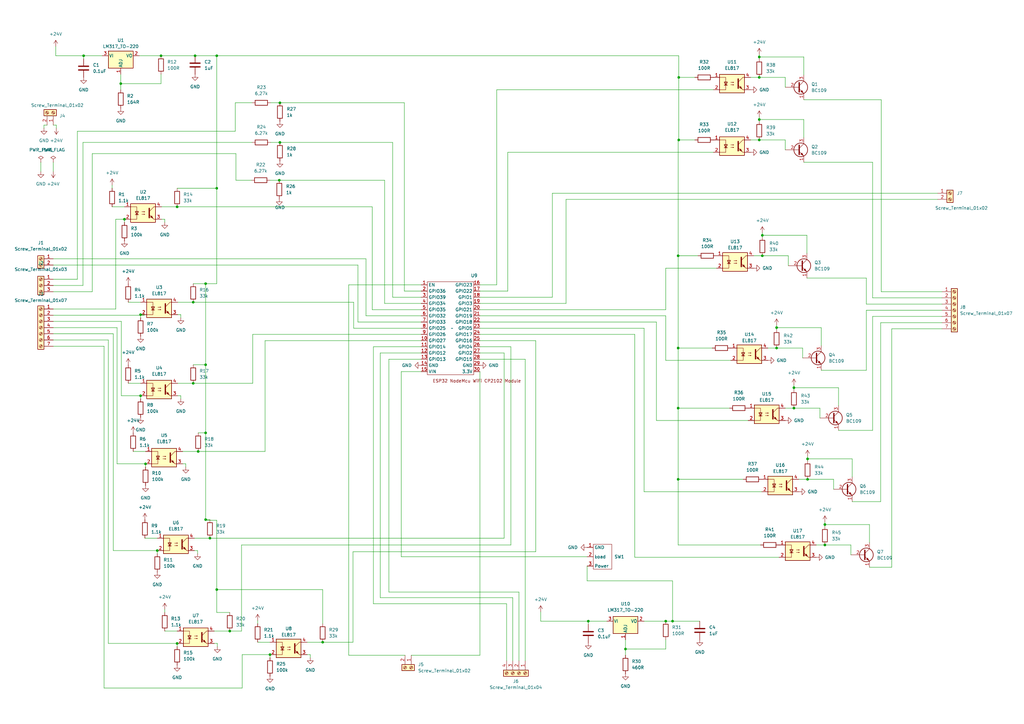
<source format=kicad_sch>
(kicad_sch (version 20230121) (generator eeschema)
  (paper "A3")
  (title_block (title "MODULAR OPEN HARDWARE EDUCATIONAL CONTROLLER") (date "2023-06-28") (rev "V01") (company "Nova School Of Science and Technology") (comment 4 "Author: João Potier"))
  (junction (at 338.328 223.52))
  (junction (at 256.54 266.192))
  (junction (at 57.658 129.032))
  (junction (at 84.328 213.106))
  (junction (at 110.744 268.478))
  (junction (at 278.13 104.902))
  (junction (at 79.248 157.226))
  (junction (at 59.69 190.246))
  (junction (at 49.53 34.29))
  (junction (at 312.674 96.52))
  (junction (at 94.234 258.826))
  (junction (at 51.054 89.916))
  (junction (at 338.328 215.138))
  (junction (at 80.01 22.86))
  (junction (at 84.328 116.332))
  (junction (at 88.9 22.86))
  (junction (at 311.404 49.022))
  (junction (at 114.808 58.42))
  (junction (at 132.334 263.398))
  (junction (at 273.05 254.762))
  (junction (at 278.13 167.386))
  (junction (at 79.248 123.952))
  (junction (at 241.3 254.762))
  (junction (at 84.328 149.606))
  (junction (at 114.808 42.164))
  (junction (at 311.404 23.368))
  (junction (at 331.216 188.214))
  (junction (at 72.644 263.906))
  (junction (at 325.628 167.386))
  (junction (at 84.328 177.546))
  (junction (at 275.844 254.762))
  (junction (at 72.644 84.836))
  (junction (at 57.658 162.306))
  (junction (at 86.106 220.726))
  (junction (at 114.554 73.914))
  (junction (at 88.9 241.808))
  (junction (at 318.516 134.366))
  (junction (at 331.216 196.596))
  (junction (at 278.13 142.748))
  (junction (at 88.9 77.216))
  (junction (at 64.516 225.806))
  (junction (at 66.04 22.86))
  (junction (at 34.29 22.86))
  (junction (at 278.13 196.596))
  (junction (at 311.404 31.75))
  (junction (at 278.384 31.75))
  (junction (at 311.404 57.404))
  (junction (at 81.28 185.166))
  (junction (at 312.674 104.902))
  (junction (at 318.516 142.748))
  (junction (at 278.384 57.404))
  (junction (at 325.628 159.004))
  (wire (pts (xy 196.85 147.32) (xy 215.392 147.32)))
  (wire (pts (xy 143.002 116.84) (xy 172.72 116.84)))
  (wire (pts (xy 196.85 119.38) (xy 208.28 119.38)))
  (wire (pts (xy 72.898 129.032) (xy 74.168 129.032)))
  (wire (pts (xy 273.05 109.982) (xy 293.878 109.982)))
  (wire (pts (xy 153.162 142.24) (xy 153.162 247.65)))
  (wire (pts (xy 81.28 177.546) (xy 84.328 177.546)))
  (wire (pts (xy 361.442 119.634) (xy 386.334 119.634)))
  (wire (pts (xy 84.328 213.36) (xy 88.9 213.36)))
  (wire (pts (xy 264.16 134.62) (xy 196.85 134.62)))
  (wire (pts (xy 152.654 127) (xy 172.72 127)))
  (wire (pts (xy 108.712 139.7) (xy 108.712 185.166)))
  (wire (pts (xy 278.13 167.386) (xy 299.212 167.386)))
  (wire (pts (xy 72.644 265.176) (xy 72.644 263.906)))
  (wire (pts (xy 275.844 238.252) (xy 275.844 254.762)))
  (wire (pts (xy 203.708 36.83) (xy 292.608 36.83)))
  (wire (pts (xy 161.036 121.92) (xy 172.72 121.92)))
  (wire (pts (xy 348.996 223.52) (xy 348.996 227.584)))
  (wire (pts (xy 51.054 91.186) (xy 51.054 89.916)))
  (wire (pts (xy 21.844 51.308) (xy 23.114 51.308)))
  (wire (pts (xy 99.314 268.478) (xy 110.744 268.478)))
  (wire (pts (xy 21.844 126.746) (xy 47.498 126.746)))
  (wire (pts (xy 21.844 119.634) (xy 37.846 119.634)))
  (wire (pts (xy 67.564 89.916) (xy 67.564 91.186)))
  (wire (pts (xy 329.692 23.368) (xy 329.692 30.734)))
  (wire (pts (xy 307.848 31.75) (xy 311.404 31.75)))
  (wire (pts (xy 336.804 134.366) (xy 336.804 141.732)))
  (wire (pts (xy 338.328 215.138) (xy 338.328 215.9)))
  (wire (pts (xy 21.844 134.366) (xy 48.006 134.366)))
  (wire (pts (xy 325.628 159.004) (xy 343.916 159.004)))
  (wire (pts (xy 215.392 147.32) (xy 215.392 271.018)))
  (wire (pts (xy 145.034 123.952) (xy 145.034 134.62)))
  (wire (pts (xy 278.13 142.748) (xy 292.1 142.748)))
  (wire (pts (xy 52.578 157.226) (xy 57.658 157.226)))
  (wire (pts (xy 99.06 223.52) (xy 209.55 223.52)))
  (wire (pts (xy 86.106 220.726) (xy 206.756 220.726)))
  (wire (pts (xy 334.772 223.52) (xy 338.328 223.52)))
  (wire (pts (xy 311.404 49.022) (xy 329.692 49.022)))
  (wire (pts (xy 110.744 73.914) (xy 114.554 73.914)))
  (wire (pts (xy 307.848 57.404) (xy 311.404 57.404)))
  (wire (pts (xy 341.884 196.596) (xy 341.884 200.66)))
  (wire (pts (xy 21.844 131.826) (xy 49.784 131.826)))
  (wire (pts (xy 87.884 263.906) (xy 89.154 263.906)))
  (wire (pts (xy 278.13 223.52) (xy 278.13 196.596)))
  (wire (pts (xy 18.034 51.308) (xy 19.304 51.308)))
  (wire (pts (xy 312.674 104.902) (xy 323.342 104.902)))
  (wire (pts (xy 318.516 134.366) (xy 336.804 134.366)))
  (wire (pts (xy 155.956 245.11) (xy 210.312 245.11)))
  (wire (pts (xy 110.744 269.748) (xy 110.744 268.478)))
  (wire (pts (xy 72.898 157.226) (xy 79.248 157.226)))
  (wire (pts (xy 21.844 106.172) (xy 150.114 106.172)))
  (wire (pts (xy 240.792 228.346) (xy 164.592 228.346)))
  (wire (pts (xy 343.916 159.004) (xy 343.916 166.37)))
  (wire (pts (xy 23.114 51.308) (xy 23.114 52.578)))
  (wire (pts (xy 322.072 57.404) (xy 322.072 61.468)))
  (wire (pts (xy 88.9 241.808) (xy 132.334 241.808)))
  (wire (pts (xy 99.06 258.826) (xy 99.06 223.52)))
  (wire (pts (xy 18.034 52.578) (xy 18.034 51.308)))
  (wire (pts (xy 105.664 263.398) (xy 110.744 263.398)))
  (wire (pts (xy 31.75 53.848) (xy 96.52 53.848)))
  (wire (pts (xy 84.328 116.332) (xy 84.328 149.606)))
  (wire (pts (xy 88.9 22.86) (xy 88.9 77.216)))
  (wire (pts (xy 219.71 139.7) (xy 196.85 139.7)))
  (wire (pts (xy 125.984 268.478) (xy 127.254 268.478)))
  (wire (pts (xy 96.52 42.164) (xy 103.378 42.164)))
  (wire (pts (xy 88.9 213.36) (xy 88.9 241.808)))
  (wire (pts (xy 165.862 42.164) (xy 165.862 119.38)))
  (wire (pts (xy 196.85 132.08) (xy 269.24 132.08)))
  (wire (pts (xy 67.564 258.826) (xy 72.644 258.826)))
  (wire (pts (xy 278.13 57.404) (xy 278.13 104.902)))
  (wire (pts (xy 59.69 190.246) (xy 59.69 191.516)))
  (wire (pts (xy 54.61 185.166) (xy 59.69 185.166)))
  (wire (pts (xy 349.504 188.214) (xy 349.504 195.58)))
  (wire (pts (xy 206.756 220.726) (xy 206.756 144.78)))
  (wire (pts (xy 273.05 262.382) (xy 273.05 266.192)))
  (wire (pts (xy 84.328 177.546) (xy 84.328 213.106)))
  (wire (pts (xy 114.554 73.914) (xy 157.734 73.914)))
  (wire (pts (xy 143.002 268.732) (xy 166.116 268.732)))
  (wire (pts (xy 59.182 129.032) (xy 59.182 129.286)))
  (wire (pts (xy 240.792 238.252) (xy 240.792 232.156)))
  (wire (pts (xy 153.162 247.65) (xy 207.772 247.65)))
  (wire (pts (xy 264.16 254.762) (xy 273.05 254.762)))
  (wire (pts (xy 275.844 238.252) (xy 240.792 238.252)))
  (wire (pts (xy 48.006 190.246) (xy 59.69 190.246)))
  (wire (pts (xy 49.53 34.29) (xy 49.53 30.48)))
  (wire (pts (xy 145.034 134.62) (xy 172.72 134.62)))
  (wire (pts (xy 114.808 42.164) (xy 165.862 42.164)))
  (wire (pts (xy 74.168 162.306) (xy 74.168 163.576)))
  (wire (pts (xy 336.804 151.892) (xy 355.346 151.892)))
  (wire (pts (xy 330.962 114.046) (xy 355.346 114.046)))
  (wire (pts (xy 21.844 139.446) (xy 44.45 139.446)))
  (wire (pts (xy 269.24 132.08) (xy 269.24 172.466)))
  (wire (pts (xy 384.556 81.788) (xy 232.156 81.788)))
  (wire (pts (xy 311.404 48.006) (xy 311.404 49.022)))
  (wire (pts (xy 37.846 119.634) (xy 37.846 62.992)))
  (wire (pts (xy 76.2 190.246) (xy 76.2 191.516)))
  (wire (pts (xy 103.632 137.16) (xy 103.632 157.226)))
  (wire (pts (xy 143.002 268.732) (xy 143.002 116.84)))
  (wire (pts (xy 278.13 104.902) (xy 286.258 104.902)))
  (wire (pts (xy 260.35 137.16) (xy 260.35 228.6)))
  (wire (pts (xy 210.312 245.11) (xy 210.312 271.018)))
  (wire (pts (xy 338.328 214.122) (xy 338.328 215.138)))
  (wire (pts (xy 273.05 147.828) (xy 273.05 129.54)))
  (wire (pts (xy 42.672 282.194) (xy 99.314 282.194)))
  (wire (pts (xy 196.85 127) (xy 273.05 127)))
  (wire (pts (xy 172.72 144.78) (xy 155.956 144.78)))
  (wire (pts (xy 81.026 225.806) (xy 81.026 227.076)))
  (wire (pts (xy 34.036 117.094) (xy 21.844 117.094)))
  (wire (pts (xy 79.756 225.806) (xy 81.026 225.806)))
  (wire (pts (xy 212.852 242.824) (xy 159.512 242.824)))
  (wire (pts (xy 248.92 254.762) (xy 241.3 254.762)))
  (wire (pts (xy 365.76 232.664) (xy 365.76 134.874)))
  (wire (pts (xy 150.114 129.54) (xy 150.114 106.172)))
  (wire (pts (xy 256.54 266.192) (xy 256.54 262.382)))
  (wire (pts (xy 88.9 77.216) (xy 88.9 116.332)))
  (wire (pts (xy 196.85 137.16) (xy 260.35 137.16)))
  (wire (pts (xy 325.628 157.988) (xy 325.628 159.004)))
  (wire (pts (xy 318.516 134.366) (xy 318.516 135.128)))
  (wire (pts (xy 273.05 147.828) (xy 299.72 147.828)))
  (wire (pts (xy 84.328 213.106) (xy 84.328 213.36)))
  (wire (pts (xy 264.16 201.676) (xy 312.42 201.676)))
  (wire (pts (xy 57.15 22.86) (xy 66.04 22.86)))
  (wire (pts (xy 278.13 167.386) (xy 278.13 196.596)))
  (wire (pts (xy 94.234 258.826) (xy 99.06 258.826)))
  (wire (pts (xy 155.956 144.78) (xy 155.956 245.11)))
  (wire (pts (xy 46.482 225.806) (xy 64.516 225.806)))
  (wire (pts (xy 81.28 185.166) (xy 108.712 185.166)))
  (wire (pts (xy 325.628 167.386) (xy 336.296 167.386)))
  (wire (pts (xy 207.772 247.65) (xy 207.772 271.018)))
  (wire (pts (xy 74.93 190.246) (xy 76.2 190.246)))
  (wire (pts (xy 331.216 188.214) (xy 349.504 188.214)))
  (wire (pts (xy 208.28 62.484) (xy 292.608 62.484)))
  (wire (pts (xy 42.672 141.986) (xy 42.672 282.194)))
  (wire (pts (xy 72.644 84.836) (xy 152.654 84.836)))
  (wire (pts (xy 212.852 271.018) (xy 212.852 242.824)))
  (wire (pts (xy 44.45 263.906) (xy 72.644 263.906)))
  (wire (pts (xy 196.85 121.92) (xy 226.568 121.92)))
  (wire (pts (xy 49.784 131.826) (xy 49.784 162.306)))
  (wire (pts (xy 110.998 42.164) (xy 114.808 42.164)))
  (wire (pts (xy 16.764 66.548) (xy 16.764 70.358)))
  (wire (pts (xy 59.436 220.726) (xy 64.516 220.726)))
  (wire (pts (xy 278.13 142.748) (xy 278.13 167.386)))
  (wire (pts (xy 312.674 96.52) (xy 330.962 96.52)))
  (wire (pts (xy 31.75 114.554) (xy 31.75 53.848)))
  (wire (pts (xy 206.756 144.78) (xy 196.85 144.78)))
  (wire (pts (xy 64.516 227.076) (xy 64.516 225.806)))
  (wire (pts (xy 57.658 129.032) (xy 59.182 129.032)))
  (wire (pts (xy 331.216 187.198) (xy 331.216 188.214)))
  (wire (pts (xy 278.13 196.596) (xy 304.8 196.596)))
  (wire (pts (xy 311.404 49.022) (xy 311.404 49.784)))
  (wire (pts (xy 256.54 266.192) (xy 256.54 268.732)))
  (wire (pts (xy 331.216 196.596) (xy 341.884 196.596)))
  (wire (pts (xy 356.616 215.138) (xy 356.616 222.504)))
  (wire (pts (xy 114.808 58.42) (xy 161.036 58.42)))
  (wire (pts (xy 232.156 124.46) (xy 196.85 124.46)))
  (wire (pts (xy 323.342 104.902) (xy 323.342 108.966)))
  (wire (pts (xy 96.52 53.848) (xy 96.52 42.164)))
  (wire (pts (xy 146.812 108.712) (xy 146.812 132.08)))
  (wire (pts (xy 357.886 122.174) (xy 386.334 122.174)))
  (wire (pts (xy 226.568 79.248) (xy 384.556 79.248)))
  (wire (pts (xy 159.512 242.824) (xy 159.512 147.32)))
  (wire (pts (xy 74.93 185.166) (xy 81.28 185.166)))
  (wire (pts (xy 88.9 22.86) (xy 278.384 22.86)))
  (wire (pts (xy 355.346 151.892) (xy 355.346 127.254)))
  (wire (pts (xy 157.734 73.914) (xy 157.734 124.46)))
  (wire (pts (xy 88.9 241.808) (xy 88.9 251.206)))
  (wire (pts (xy 57.658 130.302) (xy 57.658 129.032)))
  (wire (pts (xy 67.564 249.936) (xy 67.564 251.206)))
  (wire (pts (xy 110.998 58.42) (xy 114.808 58.42)))
  (wire (pts (xy 311.912 223.52) (xy 278.13 223.52)))
  (wire (pts (xy 125.984 263.398) (xy 132.334 263.398)))
  (wire (pts (xy 203.708 36.83) (xy 203.708 116.84)))
  (wire (pts (xy 278.384 57.404) (xy 284.988 57.404)))
  (wire (pts (xy 45.974 84.836) (xy 51.054 84.836)))
  (wire (pts (xy 196.85 152.4) (xy 196.85 268.732)))
  (wire (pts (xy 318.516 133.35) (xy 318.516 134.366)))
  (wire (pts (xy 221.742 250.952) (xy 221.742 254.762)))
  (wire (pts (xy 46.482 136.906) (xy 46.482 225.806)))
  (wire (pts (xy 311.404 23.368) (xy 311.404 24.13)))
  (wire (pts (xy 311.404 57.404) (xy 322.072 57.404)))
  (wire (pts (xy 203.708 116.84) (xy 196.85 116.84)))
  (wire (pts (xy 127.254 268.478) (xy 127.254 269.748)))
  (wire (pts (xy 88.9 251.206) (xy 94.234 251.206)))
  (wire (pts (xy 356.616 232.664) (xy 365.76 232.664)))
  (wire (pts (xy 164.592 228.346) (xy 164.592 152.4)))
  (wire (pts (xy 79.756 220.726) (xy 86.106 220.726)))
  (wire (pts (xy 330.962 96.52) (xy 330.962 103.886)))
  (wire (pts (xy 355.346 124.714) (xy 386.334 124.714)))
  (wire (pts (xy 322.072 31.75) (xy 322.072 35.814)))
  (wire (pts (xy 164.592 152.4) (xy 172.72 152.4)))
  (wire (pts (xy 278.13 104.902) (xy 278.13 142.748)))
  (wire (pts (xy 37.846 62.992) (xy 96.774 62.992)))
  (wire (pts (xy 264.16 134.62) (xy 264.16 201.676)))
  (wire (pts (xy 336.296 167.386) (xy 336.296 171.45)))
  (wire (pts (xy 196.85 268.732) (xy 168.656 268.732)))
  (wire (pts (xy 49.784 162.306) (xy 57.658 162.306)))
  (wire (pts (xy 21.844 108.712) (xy 146.812 108.712)))
  (wire (pts (xy 226.568 121.92) (xy 226.568 79.248)))
  (wire (pts (xy 172.72 142.24) (xy 153.162 142.24)))
  (wire (pts (xy 314.96 142.748) (xy 318.516 142.748)))
  (wire (pts (xy 96.774 73.914) (xy 103.124 73.914)))
  (wire (pts (xy 57.658 163.576) (xy 57.658 162.306)))
  (wire (pts (xy 322.072 167.386) (xy 325.628 167.386)))
  (wire (pts (xy 159.512 147.32) (xy 172.72 147.32)))
  (wire (pts (xy 273.05 254.762) (xy 275.844 254.762)))
  (wire (pts (xy 278.384 22.86) (xy 278.384 31.75)))
  (wire (pts (xy 21.844 141.986) (xy 42.672 141.986)))
  (wire (pts (xy 144.78 226.314) (xy 219.71 226.314)))
  (wire (pts (xy 269.24 172.466) (xy 306.832 172.466)))
  (wire (pts (xy 312.674 96.52) (xy 312.674 97.282)))
  (wire (pts (xy 45.974 75.946) (xy 45.974 77.216)))
  (wire (pts (xy 52.578 123.952) (xy 57.658 123.952)))
  (wire (pts (xy 273.05 129.54) (xy 196.85 129.54)))
  (wire (pts (xy 74.168 129.032) (xy 74.168 130.302)))
  (wire (pts (xy 99.314 282.194) (xy 99.314 268.478)))
  (wire (pts (xy 21.844 136.906) (xy 46.482 136.906)))
  (wire (pts (xy 273.05 266.192) (xy 256.54 266.192)))
  (wire (pts (xy 361.188 132.334) (xy 386.334 132.334)))
  (wire (pts (xy 196.85 142.24) (xy 209.55 142.24)))
  (wire (pts (xy 41.91 22.86) (xy 34.29 22.86)))
  (wire (pts (xy 309.118 104.902) (xy 312.674 104.902)))
  (wire (pts (xy 357.886 176.53) (xy 343.916 176.53)))
  (wire (pts (xy 66.294 84.836) (xy 72.644 84.836)))
  (wire (pts (xy 103.632 137.16) (xy 172.72 137.16)))
  (wire (pts (xy 48.006 134.366) (xy 48.006 190.246)))
  (wire (pts (xy 34.29 22.86) (xy 34.29 24.13)))
  (wire (pts (xy 349.504 205.74) (xy 361.188 205.74)))
  (wire (pts (xy 327.66 196.596) (xy 331.216 196.596)))
  (wire (pts (xy 66.04 34.29) (xy 49.53 34.29)))
  (wire (pts (xy 161.036 58.42) (xy 161.036 121.92)))
  (wire (pts (xy 79.248 157.226) (xy 103.632 157.226)))
  (wire (pts (xy 357.886 66.548) (xy 357.886 122.174)))
  (wire (pts (xy 152.654 84.836) (xy 152.654 127)))
  (wire (pts (xy 22.86 19.05) (xy 22.86 22.86)))
  (wire (pts (xy 338.328 223.52) (xy 348.996 223.52)))
  (wire (pts (xy 157.734 124.46) (xy 172.72 124.46)))
  (wire (pts (xy 132.334 241.808) (xy 132.334 255.778)))
  (wire (pts (xy 260.35 228.6) (xy 319.532 228.6)))
  (wire (pts (xy 59.182 129.286) (xy 21.844 129.286)))
  (wire (pts (xy 365.76 134.874) (xy 386.334 134.874)))
  (wire (pts (xy 105.664 254.508) (xy 105.664 255.778)))
  (wire (pts (xy 278.384 31.75) (xy 284.988 31.75)))
  (wire (pts (xy 132.334 263.398) (xy 144.78 263.398)))
  (wire (pts (xy 79.248 123.952) (xy 145.034 123.952)))
  (wire (pts (xy 44.45 263.906) (xy 44.45 139.446)))
  (wire (pts (xy 96.774 62.992) (xy 96.774 73.914)))
  (wire (pts (xy 273.05 127) (xy 273.05 109.982)))
  (wire (pts (xy 241.3 254.762) (xy 241.3 256.032)))
  (wire (pts (xy 84.328 149.606) (xy 84.328 177.546)))
  (wire (pts (xy 21.844 66.548) (xy 21.844 70.358)))
  (wire (pts (xy 318.516 142.748) (xy 329.184 142.748)))
  (wire (pts (xy 355.346 114.046) (xy 355.346 124.714)))
  (wire (pts (xy 89.154 263.906) (xy 89.154 265.176)))
  (wire (pts (xy 208.28 119.38) (xy 208.28 62.484)))
  (wire (pts (xy 66.04 30.48) (xy 66.04 34.29)))
  (wire (pts (xy 79.248 116.332) (xy 84.328 116.332)))
  (wire (pts (xy 86.106 213.106) (xy 84.328 213.106)))
  (wire (pts (xy 22.86 22.86) (xy 34.29 22.86)))
  (wire (pts (xy 144.78 263.398) (xy 144.78 226.314)))
  (wire (pts (xy 338.328 215.138) (xy 356.616 215.138)))
  (wire (pts (xy 219.71 226.314) (xy 219.71 139.7)))
  (wire (pts (xy 165.862 119.38) (xy 172.72 119.38)))
  (wire (pts (xy 311.404 31.75) (xy 322.072 31.75)))
  (wire (pts (xy 361.442 40.894) (xy 361.442 119.634)))
  (wire (pts (xy 221.742 254.762) (xy 241.3 254.762)))
  (wire (pts (xy 66.294 89.916) (xy 67.564 89.916)))
  (wire (pts (xy 47.498 89.916) (xy 47.498 126.746)))
  (wire (pts (xy 357.886 129.794) (xy 357.886 176.53)))
  (wire (pts (xy 355.346 127.254) (xy 386.334 127.254)))
  (wire (pts (xy 72.898 123.952) (xy 79.248 123.952)))
  (wire (pts (xy 329.692 49.022) (xy 329.692 56.388)))
  (wire (pts (xy 331.216 188.214) (xy 331.216 188.976)))
  (wire (pts (xy 325.628 159.004) (xy 325.628 159.766)))
  (wire (pts (xy 34.036 58.42) (xy 34.036 117.094)))
  (wire (pts (xy 49.53 34.29) (xy 49.53 36.83)))
  (wire (pts (xy 357.886 129.794) (xy 386.334 129.794)))
  (wire (pts (xy 108.712 139.7) (xy 172.72 139.7)))
  (wire (pts (xy 72.898 162.306) (xy 74.168 162.306)))
  (wire (pts (xy 146.812 132.08) (xy 172.72 132.08)))
  (wire (pts (xy 311.404 23.368) (xy 329.692 23.368)))
  (wire (pts (xy 278.13 57.404) (xy 278.384 57.404)))
  (wire (pts (xy 103.378 58.42) (xy 34.036 58.42)))
  (wire (pts (xy 278.384 31.75) (xy 278.384 57.404)))
  (wire (pts (xy 150.114 129.54) (xy 172.72 129.54)))
  (wire (pts (xy 47.498 89.916) (xy 51.054 89.916)))
  (wire (pts (xy 329.692 40.894) (xy 361.442 40.894)))
  (wire (pts (xy 311.404 22.352) (xy 311.404 23.368)))
  (wire (pts (xy 312.674 95.504) (xy 312.674 96.52)))
  (wire (pts (xy 329.692 66.548) (xy 357.886 66.548)))
  (wire (pts (xy 66.04 22.86) (xy 80.01 22.86)))
  (wire (pts (xy 87.884 258.826) (xy 94.234 258.826)))
  (wire (pts (xy 275.844 254.762) (xy 287.02 254.762)))
  (wire (pts (xy 88.9 22.86) (xy 80.01 22.86)))
  (wire (pts (xy 72.644 77.216) (xy 88.9 77.216)))
  (wire (pts (xy 21.844 114.554) (xy 31.75 114.554)))
  (wire (pts (xy 329.184 142.748) (xy 329.184 146.812)))
  (wire (pts (xy 232.156 81.788) (xy 232.156 124.46)))
  (wire (pts (xy 79.248 149.606) (xy 84.328 149.606)))
  (wire (pts (xy 84.328 116.332) (xy 88.9 116.332)))
  (wire (pts (xy 361.188 205.74) (xy 361.188 132.334)))
  (wire (pts (xy 209.55 142.24) (xy 209.55 223.52)))
  (symbol (lib_id "power:GND") (at 256.54 276.352 0) (unit 1)
    (property "Reference" "#PWR037" (effects hide))
    (property "Value" "GND" (at 256.54 281.432 0))
  )
  (symbol (lib_id "Device:R") (at 114.808 45.974 180) (unit 1)
    (property "Reference" "R27" (at 117.5521 44.704 0) (effects (justify right)))
    (property "Value" "1k" (at 117.5521 47.244 0) (effects (justify right)))
    (property "Footprint" "Resistor_THT:R_Axial_DIN0207_L6.3mm_D2.5mm_P10.16mm_Horizontal" (effects hide))
  )
  (symbol (lib_id "Device:R") (at 315.722 223.52 90) (unit 1)
    (property "Reference" "R41" (at 315.722 217.17 90))
    (property "Value" "100R" (at 315.722 219.71 90))
    (property "Footprint" "Resistor_THT:R_Axial_DIN0207_L6.3mm_D2.5mm_P10.16mm_Horizontal" (effects hide))
  )
  (symbol (lib_id "power:GND") (at 322.072 172.466 90) (unit 1)
    (property "Reference" "#PWR047" (effects hide))
    (property "Value" "GND" (at 325.628 172.466 90) (effects (justify right)))
  )
  (symbol (lib_id "Device:R") (at 132.334 259.588 0) (unit 1)
    (property "Reference" "R29" (at 134.874 258.318 0) (effects (justify left)))
    (property "Value" "33k" (at 134.874 260.858 0) (effects (justify left)))
    (property "Footprint" "Resistor_THT:R_Axial_DIN0207_L6.3mm_D2.5mm_P10.16mm_Horizontal" (effects hide))
  )
  (symbol (lib_id "Device:R") (at 57.658 167.386 0) (unit 1)
    (property "Reference" "R8" (at 60.198 166.116 0) (effects (justify left)))
    (property "Value" "100k" (at 60.198 168.656 0) (effects (justify left)))
    (property "Footprint" "Resistor_THT:R_Axial_DIN0207_L6.3mm_D2.5mm_P10.16mm_Horizontal" (effects hide))
  )
  (symbol (lib_id "Device:R") (at 295.91 142.748 90) (unit 1)
    (property "Reference" "R35" (at 295.91 136.398 90))
    (property "Value" "100R" (at 295.91 138.938 90))
    (property "Footprint" "Resistor_THT:R_Axial_DIN0207_L6.3mm_D2.5mm_P10.16mm_Horizontal" (effects hide))
  )
  (symbol (lib_id "Device:R") (at 67.564 255.016 0) (unit 1)
    (property "Reference" "R13" (at 70.104 253.746 0) (effects (justify left)))
    (property "Value" "1.1k" (at 70.104 256.286 0) (effects (justify left)))
    (property "Footprint" "Resistor_THT:R_Axial_DIN0207_L6.3mm_D2.5mm_P10.16mm_Horizontal" (effects hide))
  )
  (symbol (lib_id "Device:R") (at 49.53 40.64 0) (unit 1)
    (property "Reference" "R2" (at 52.07 39.37 0) (effects (justify left)))
    (property "Value" "164R" (at 52.07 41.91 0) (effects (justify left)))
    (property "Footprint" "Resistor_THT:R_Axial_DIN0207_L6.3mm_D2.5mm_P10.16mm_Horizontal" (effects hide))
  )
  (symbol (lib_id "power:GND") (at 59.69 199.136 0) (unit 1)
    (property "Reference" "#PWR016" (effects hide))
    (property "Value" "GND" (at 59.69 204.216 0))
  )
  (symbol (lib_id "power:+24V") (at 23.114 52.578 180) (unit 1)
    (property "Reference" "#PWR05" (effects hide))
    (property "Value" "+24V" (at 23.114 57.658 0))
  )
  (symbol (lib_id "power:GND") (at 241.3 263.652 0) (unit 1)
    (property "Reference" "#PWR036" (effects hide))
    (property "Value" "GND" (at 241.3 268.732 0))
  )
  (symbol (lib_id "Device:R") (at 72.644 81.026 0) (unit 1)
    (property "Reference" "R14" (at 75.184 79.756 0) (effects (justify left)))
    (property "Value" "33k" (at 75.184 82.296 0) (effects (justify left)))
    (property "Footprint" "Resistor_THT:R_Axial_DIN0207_L6.3mm_D2.5mm_P10.16mm_Horizontal" (effects hide))
  )
  (symbol (lib_id "Isolator:EL817") (at 300.228 34.29 0) (unit 1)
    (property "Reference" "U11" (at 300.228 25.4 0))
    (property "Value" "EL817" (at 300.228 27.94 0))
    (property "Footprint" "Package_DIP:DIP-4_W7.62mm" (effects hide))
    (property "Datasheet" "http://www.everlight.com/file/ProductFile/EL817.pdf" (effects hide))
  )
  (symbol (lib_id "power:GND") (at 81.026 227.076 0) (unit 1)
    (property "Reference" "#PWR025" (effects hide))
    (property "Value" "GND" (at 81.026 232.156 0))
  )
  (symbol (lib_id "power:GND") (at 127.254 269.748 0) (unit 1)
    (property "Reference" "#PWR032" (effects hide))
    (property "Value" "GND" (at 127.254 274.828 0))
  )
  (symbol (lib_id "Device:R") (at 51.054 94.996 0) (unit 1)
    (property "Reference" "R3" (at 53.594 93.726 0) (effects (justify left)))
    (property "Value" "100k" (at 53.594 96.266 0) (effects (justify left)))
    (property "Footprint" "Resistor_THT:R_Axial_DIN0207_L6.3mm_D2.5mm_P10.16mm_Horizontal" (effects hide))
  )
  (symbol (lib_id "power:GND") (at 309.118 109.982 90) (unit 1)
    (property "Reference" "#PWR041" (effects hide))
    (property "Value" "GND" (at 312.674 109.982 90) (effects (justify right)))
  )
  (symbol (lib_id "Device:R") (at 79.248 153.416 0) (unit 1)
    (property "Reference" "R17" (at 81.788 152.146 0) (effects (justify left)))
    (property "Value" "33k" (at 81.788 154.686 0) (effects (justify left)))
    (property "Footprint" "Resistor_THT:R_Axial_DIN0207_L6.3mm_D2.5mm_P10.16mm_Horizontal" (effects hide))
  )
  (symbol (lib_id "power:PWR_FLAG") (at 21.844 66.548 0) (unit 1)
    (property "Reference" "#FLG02" (effects hide))
    (property "Value" "PWR_FLAG" (at 21.844 61.468 0))
  )
  (symbol (lib_id "Device:R") (at 45.974 81.026 0) (unit 1)
    (property "Reference" "R1" (at 48.514 79.756 0) (effects (justify left)))
    (property "Value" "1.1k" (at 48.514 82.296 0) (effects (justify left)))
    (property "Footprint" "Resistor_THT:R_Axial_DIN0207_L6.3mm_D2.5mm_P10.16mm_Horizontal" (effects hide))
  )
  (symbol (lib_id "Isolator:EL817") (at 65.278 159.766 0) (unit 1)
    (property "Reference" "U4" (at 65.278 150.876 0))
    (property "Value" "EL817" (at 65.278 153.416 0))
    (property "Footprint" "Package_DIP:DIP-4_W7.62mm" (effects hide))
    (property "Datasheet" "http://www.everlight.com/file/ProductFile/EL817.pdf" (effects hide))
  )
  (symbol (lib_id "Transistor_BJT:BC109") (at 341.376 171.45 0) (unit 1)
    (property "Reference" "Q5" (at 346.964 170.18 0) (effects (justify left)))
    (property "Value" "BC109" (at 346.964 172.72 0) (effects (justify left)))
    (property "Footprint" "Package_TO_SOT_THT:TO-18-3" (effects hide))
    (property "Datasheet" "http://www.farnell.com/datasheets/296634.pdf" (effects hide))
  )
  (symbol (lib_id "Device:R") (at 312.674 101.092 180) (unit 1)
    (property "Reference" "R40" (at 315.468 99.822 0) (effects (justify right)))
    (property "Value" "33k" (at 315.468 102.362 0) (effects (justify right)))
    (property "Footprint" "Resistor_THT:R_Axial_DIN0207_L6.3mm_D2.5mm_P10.16mm_Horizontal" (effects hide))
  )
  (symbol (lib_id "power:+24V") (at 331.216 187.198 0) (unit 1)
    (property "Reference" "#PWR050" (effects hide))
    (property "Value" "+24V" (at 331.216 182.118 0))
  )
  (symbol (lib_id "Device:C") (at 287.02 258.572 0) (unit 1)
    (property "Reference" "C4" (at 290.83 257.302 0) (effects (justify left)))
    (property "Value" "1uF" (at 290.83 259.842 0) (effects (justify left)))
    (property "Footprint" "Capacitor_THT:CP_Radial_D5.0mm_P2.00mm" (effects hide))
  )
  (symbol (lib_id "Device:R") (at 288.798 57.404 90) (unit 1)
    (property "Reference" "R33" (at 288.798 51.054 90))
    (property "Value" "100R" (at 288.798 53.594 90))
    (property "Footprint" "Resistor_THT:R_Axial_DIN0207_L6.3mm_D2.5mm_P10.16mm_Horizontal" (effects hide))
  )
  (symbol (lib_id "power:+24V") (at 312.674 95.504 0) (unit 1)
    (property "Reference" "#PWR044" (effects hide))
    (property "Value" "+24V" (at 312.674 90.424 0))
  )
  (symbol (lib_id "Device:C") (at 241.3 259.842 0) (unit 1)
    (property "Reference" "C3" (at 245.11 258.572 0) (effects (justify left)))
    (property "Value" "0.1uF" (at 245.11 261.112 0) (effects (justify left)))
    (property "Footprint" "Capacitor_THT:CP_Radial_D5.0mm_P2.00mm" (effects hide))
  )
  (symbol (lib_id "New_Library:ESP32") (at 185.42 134.62 0) (unit 1)
    (property "Reference" "U9" (at 194.4817 113.03 0))
    (property "Value" "~" (at 185.42 134.62 0))
    (property "Footprint" "ESP32:ESP32-JOYIT" (effects hide))
  )
  (symbol (lib_id "Isolator:EL817") (at 307.34 145.288 0) (unit 1)
    (property "Reference" "U14" (at 307.34 137.16 0))
    (property "Value" "EL817" (at 307.34 139.7 0))
    (property "Footprint" "Package_DIP:DIP-4_W7.62mm" (effects hide))
    (property "Datasheet" "http://www.everlight.com/file/ProductFile/EL817.pdf" (effects hide))
  )
  (symbol (lib_id "Device:R") (at 107.188 42.164 90) (unit 1)
    (property "Reference" "R23" (at 107.188 35.814 90))
    (property "Value" "6,27k" (at 107.188 38.354 90))
    (property "Footprint" "Resistor_THT:R_Axial_DIN0207_L6.3mm_D2.5mm_P10.16mm_Horizontal" (effects hide))
  )
  (symbol (lib_id "Connector:Screw_Terminal_01x02") (at 389.636 79.248 0) (unit 1)
    (property "Reference" "J7" (at 392.43 79.248 0) (effects (justify left)))
    (property "Value" "Screw_Terminal_01x02" (at 383.54 85.344 0) (effects (justify left)))
    (property "Footprint" "TerminalBlock_Phoenix:TerminalBlock_Phoenix_MPT-0,5-2-2.54_1x02_P2.54mm_Horizontal" (effects hide))
  )
  (symbol (lib_id "Isolator:EL817") (at 118.364 265.938 0) (unit 1)
    (property "Reference" "U8" (at 118.364 257.81 0))
    (property "Value" "EL817" (at 118.364 260.35 0))
    (property "Footprint" "Package_DIP:DIP-4_W7.62mm" (effects hide))
    (property "Datasheet" "http://www.everlight.com/file/ProductFile/EL817.pdf" (effects hide))
  )
  (symbol (lib_id "power:GND") (at 57.658 171.196 0) (unit 1)
    (property "Reference" "#PWR014" (effects hide))
    (property "Value" "GND" (at 57.658 176.276 0))
  )
  (symbol (lib_id "Device:R") (at 54.61 181.356 0) (unit 1)
    (property "Reference" "R6" (at 57.15 180.086 0) (effects (justify left)))
    (property "Value" "1.1k" (at 57.15 182.626 0) (effects (justify left)))
    (property "Footprint" "Resistor_THT:R_Axial_DIN0207_L6.3mm_D2.5mm_P10.16mm_Horizontal" (effects hide))
  )
  (symbol (lib_id "power:GND") (at 114.554 81.534 0) (unit 1)
    (property "Reference" "#PWR029" (effects hide))
    (property "Value" "GND" (at 114.808 85.09 0))
  )
  (symbol (lib_id "power:GND") (at 64.516 234.696 0) (unit 1)
    (property "Reference" "#PWR017" (effects hide))
    (property "Value" "GND" (at 64.516 239.776 0))
  )
  (symbol (lib_id "Device:R") (at 114.554 77.724 180) (unit 1)
    (property "Reference" "R26" (at 117.2981 76.454 0) (effects (justify right)))
    (property "Value" "1k" (at 117.2981 78.994 0) (effects (justify right)))
    (property "Footprint" "Resistor_THT:R_Axial_DIN0207_L6.3mm_D2.5mm_P10.16mm_Horizontal" (effects hide))
  )
  (symbol (lib_id "Device:R") (at 311.404 27.94 180) (unit 1)
    (property "Reference" "R38" (at 314.198 26.67 0) (effects (justify right)))
    (property "Value" "33k" (at 314.198 29.21 0) (effects (justify right)))
    (property "Footprint" "Resistor_THT:R_Axial_DIN0207_L6.3mm_D2.5mm_P10.16mm_Horizontal" (effects hide))
  )
  (symbol (lib_id "Connector:Screw_Terminal_01x07") (at 16.764 134.366 0) (mirror y) (unit 1)
    (property "Reference" "J3" (at 16.764 120.65 0))
    (property "Value" "Screw_Terminal_01x07" (at 16.764 123.19 0))
    (property "Footprint" "TerminalBlock_Phoenix:TerminalBlock_Phoenix_MPT-0,5-7-2.54_1x07_P2.54mm_Horizontal" (effects hide))
  )
  (symbol (lib_id "Transistor_BJT:BC109") (at 346.964 200.66 0) (unit 1)
    (property "Reference" "Q6" (at 352.552 199.39 0) (effects (justify left)))
    (property "Value" "BC109" (at 352.552 201.93 0) (effects (justify left)))
    (property "Footprint" "Package_TO_SOT_THT:TO-18-3" (effects hide))
    (property "Datasheet" "http://www.farnell.com/datasheets/296634.pdf" (effects hide))
  )
  (symbol (lib_id "Device:R") (at 52.578 153.416 0) (unit 1)
    (property "Reference" "R5" (at 55.118 152.146 0) (effects (justify left)))
    (property "Value" "1.1k" (at 55.118 154.686 0) (effects (justify left)))
    (property "Footprint" "Resistor_THT:R_Axial_DIN0207_L6.3mm_D2.5mm_P10.16mm_Horizontal" (effects hide))
  )
  (symbol (lib_id "Isolator:EL817") (at 314.452 169.926 0) (unit 1)
    (property "Reference" "U15" (at 314.452 161.544 0))
    (property "Value" "EL817" (at 314.452 164.084 0))
    (property "Footprint" "Package_DIP:DIP-4_W7.62mm" (effects hide))
    (property "Datasheet" "http://www.everlight.com/file/ProductFile/EL817.pdf" (effects hide))
  )
  (symbol (lib_id "Transistor_BJT:BC109") (at 327.152 61.468 0) (unit 1)
    (property "Reference" "Q2" (at 332.74 60.198 0) (effects (justify left)))
    (property "Value" "BC109" (at 332.74 62.738 0) (effects (justify left)))
    (property "Footprint" "Package_TO_SOT_THT:TO-18-3" (effects hide))
    (property "Datasheet" "http://www.farnell.com/datasheets/296634.pdf" (effects hide))
  )
  (symbol (lib_id "Device:R") (at 303.022 167.386 90) (unit 1)
    (property "Reference" "R36" (at 303.022 161.036 90))
    (property "Value" "100R" (at 303.022 163.576 90))
    (property "Footprint" "Resistor_THT:R_Axial_DIN0207_L6.3mm_D2.5mm_P10.16mm_Horizontal" (effects hide))
  )
  (symbol (lib_id "Isolator:EL817") (at 300.228 59.944 0) (unit 1)
    (property "Reference" "U12" (at 300.228 50.8 0))
    (property "Value" "EL817" (at 300.228 53.34 0))
    (property "Footprint" "Package_DIP:DIP-4_W7.62mm" (effects hide))
    (property "Datasheet" "http://www.everlight.com/file/ProductFile/EL817.pdf" (effects hide))
  )
  (symbol (lib_id "power:GND") (at 307.848 36.83 90) (unit 1)
    (property "Reference" "#PWR039" (effects hide))
    (property "Value" "GND" (at 311.404 36.83 90) (effects (justify right)))
  )
  (symbol (lib_id "Device:R") (at 311.404 53.594 180) (unit 1)
    (property "Reference" "R39" (at 314.198 52.324 0) (effects (justify right)))
    (property "Value" "33k" (at 314.198 54.864 0) (effects (justify right)))
    (property "Footprint" "Resistor_THT:R_Axial_DIN0207_L6.3mm_D2.5mm_P10.16mm_Horizontal" (effects hide))
  )
  (symbol (lib_id "Connector:Screw_Terminal_01x02") (at 16.764 106.172 0) (mirror y) (unit 1)
    (property "Reference" "J1" (at 16.764 99.568 0))
    (property "Value" "Screw_Terminal_01x02" (at 16.764 102.108 0))
    (property "Footprint" "TerminalBlock_Phoenix:TerminalBlock_Phoenix_MPT-0,5-2-2.54_1x02_P2.54mm_Horizontal" (effects hide))
  )
  (symbol (lib_id "Device:R") (at 59.69 195.326 0) (unit 1)
    (property "Reference" "R10" (at 62.23 194.056 0) (effects (justify left)))
    (property "Value" "100k" (at 62.23 196.596 0) (effects (justify left)))
    (property "Footprint" "Resistor_THT:R_Axial_DIN0207_L6.3mm_D2.5mm_P10.16mm_Horizontal" (effects hide))
  )
  (symbol (lib_id "power:+24V") (at 54.61 177.546 0) (unit 1)
    (property "Reference" "#PWR012" (effects hide))
    (property "Value" "+24V" (at 54.61 172.466 0))
  )
  (symbol (lib_id "Isolator:EL817") (at 72.136 223.266 0) (unit 1)
    (property "Reference" "U6" (at 72.136 214.376 0))
    (property "Value" "EL817" (at 72.136 216.916 0))
    (property "Footprint" "Package_DIP:DIP-4_W7.62mm" (effects hide))
    (property "Datasheet" "http://www.everlight.com/file/ProductFile/EL817.pdf" (effects hide))
  )
  (symbol (lib_id "Device:R") (at 288.798 31.75 90) (unit 1)
    (property "Reference" "R32" (at 288.798 25.4 90))
    (property "Value" "100R" (at 288.798 27.94 90))
    (property "Footprint" "Resistor_THT:R_Axial_DIN0207_L6.3mm_D2.5mm_P10.16mm_Horizontal" (effects hide))
  )
  (symbol (lib_id "power:+24V") (at 59.436 213.106 0) (unit 1)
    (property "Reference" "#PWR015" (effects hide))
    (property "Value" "+24V" (at 59.436 208.026 0))
  )
  (symbol (lib_id "power:+24V") (at 311.404 48.006 0) (unit 1)
    (property "Reference" "#PWR043" (effects hide))
    (property "Value" "+24V" (at 311.404 42.926 0))
  )
  (symbol (lib_id "power:GND") (at 74.168 130.302 0) (unit 1)
    (property "Reference" "#PWR021" (effects hide))
    (property "Value" "GND" (at 74.168 135.382 0))
  )
  (symbol (lib_id "power:+24V") (at 105.664 254.508 0) (unit 1)
    (property "Reference" "#PWR027" (effects hide))
    (property "Value" "+24V" (at 105.664 249.428 0))
  )
  (symbol (lib_id "power:GND") (at 72.644 272.796 0) (unit 1)
    (property "Reference" "#PWR020" (effects hide))
    (property "Value" "GND" (at 72.644 277.876 0))
  )
  (symbol (lib_id "Device:R") (at 79.248 120.142 0) (unit 1)
    (property "Reference" "R16" (at 81.788 118.872 0) (effects (justify left)))
    (property "Value" "33k" (at 81.788 121.412 0) (effects (justify left)))
    (property "Footprint" "Resistor_THT:R_Axial_DIN0207_L6.3mm_D2.5mm_P10.16mm_Horizontal" (effects hide))
  )
  (symbol (lib_id "Isolator:EL817") (at 67.31 187.706 0) (unit 1)
    (property "Reference" "U5" (at 67.31 178.562 0))
    (property "Value" "EL817" (at 67.31 181.102 0))
    (property "Footprint" "Package_DIP:DIP-4_W7.62mm" (effects hide))
    (property "Datasheet" "http://www.everlight.com/file/ProductFile/EL817.pdf" (effects hide))
  )
  (symbol (lib_id "power:GND") (at 287.02 262.382 0) (unit 1)
    (property "Reference" "#PWR038" (effects hide))
    (property "Value" "GND" (at 287.02 267.462 0))
  )
  (symbol (lib_id "power:+24V") (at 67.564 249.936 0) (unit 1)
    (property "Reference" "#PWR019" (effects hide))
    (property "Value" "+24V" (at 67.564 244.856 0))
  )
  (symbol (lib_id "Device:C") (at 34.29 27.94 0) (unit 1)
    (property "Reference" "C1" (at 38.1 26.67 0) (effects (justify left)))
    (property "Value" "0.1uF" (at 38.1 29.21 0) (effects (justify left)))
    (property "Footprint" "Capacitor_THT:CP_Radial_D5.0mm_P2.00mm" (effects hide))
  )
  (symbol (lib_id "power:+24V") (at 325.628 157.988 0) (unit 1)
    (property "Reference" "#PWR048" (effects hide))
    (property "Value" "+24V" (at 325.628 152.908 0))
  )
  (symbol (lib_id "Transistor_BJT:BC109") (at 327.152 35.814 0) (unit 1)
    (property "Reference" "Q1" (at 332.74 34.544 0) (effects (justify left)))
    (property "Value" "BC109" (at 332.74 37.084 0) (effects (justify left)))
    (property "Footprint" "Package_TO_SOT_THT:TO-18-3" (effects hide))
    (property "Datasheet" "http://www.farnell.com/datasheets/296634.pdf" (effects hide))
  )
  (symbol (lib_id "Device:R") (at 318.516 138.938 180) (unit 1)
    (property "Reference" "R42" (at 321.31 137.668 0) (effects (justify right)))
    (property "Value" "33k" (at 321.31 140.208 0) (effects (justify right)))
    (property "Footprint" "Resistor_THT:R_Axial_DIN0207_L6.3mm_D2.5mm_P10.16mm_Horizontal" (effects hide))
  )
  (symbol (lib_id "Device:R") (at 114.808 62.23 180) (unit 1)
    (property "Reference" "R28" (at 117.5521 60.96 0) (effects (justify right)))
    (property "Value" "1k" (at 117.5521 63.5 0) (effects (justify right)))
    (property "Footprint" "Resistor_THT:R_Axial_DIN0207_L6.3mm_D2.5mm_P10.16mm_Horizontal" (effects hide))
  )
  (symbol (lib_id "power:+24V") (at 52.578 149.606 0) (unit 1)
    (property "Reference" "#PWR011" (effects hide))
    (property "Value" "+24V" (at 52.578 144.526 0))
  )
  (symbol (lib_id "Isolator:EL817") (at 301.498 107.442 0) (unit 1)
    (property "Reference" "U13" (at 301.498 99.06 0))
    (property "Value" "EL817" (at 301.498 101.6 0))
    (property "Footprint" "Package_DIP:DIP-4_W7.62mm" (effects hide))
    (property "Datasheet" "http://www.everlight.com/file/ProductFile/EL817.pdf" (effects hide))
  )
  (symbol (lib_id "power:GND") (at 110.744 277.368 0) (unit 1)
    (property "Reference" "#PWR028" (effects hide))
    (property "Value" "GND" (at 110.744 282.448 0))
  )
  (symbol (lib_id "power:GND") (at 327.66 201.676 90) (unit 1)
    (property "Reference" "#PWR049" (effects hide))
    (property "Value" "GND" (at 331.216 201.676 90) (effects (justify right)))
  )
  (symbol (lib_id "Device:R") (at 308.61 196.596 90) (unit 1)
    (property "Reference" "R37" (at 308.61 190.246 90))
    (property "Value" "100R" (at 308.61 192.786 90))
    (property "Footprint" "Resistor_THT:R_Axial_DIN0207_L6.3mm_D2.5mm_P10.16mm_Horizontal" (effects hide))
  )
  (symbol (lib_id "power:GND") (at 57.658 137.922 0) (unit 1)
    (property "Reference" "#PWR013" (effects hide))
    (property "Value" "GND" (at 57.658 143.002 0))
  )
  (symbol (lib_id "Device:R") (at 72.644 268.986 0) (unit 1)
    (property "Reference" "R15" (at 75.184 267.716 0) (effects (justify left)))
    (property "Value" "100k" (at 75.184 270.256 0) (effects (justify left)))
    (property "Footprint" "Resistor_THT:R_Axial_DIN0207_L6.3mm_D2.5mm_P10.16mm_Horizontal" (effects hide))
  )
  (symbol (lib_id "Transistor_BJT:BC109") (at 328.422 108.966 0) (unit 1)
    (property "Reference" "Q3" (at 334.01 107.696 0) (effects (justify left)))
    (property "Value" "BC109" (at 334.01 110.236 0) (effects (justify left)))
    (property "Footprint" "Package_TO_SOT_THT:TO-18-3" (effects hide))
    (property "Datasheet" "http://www.farnell.com/datasheets/296634.pdf" (effects hide))
  )
  (symbol (lib_id "Device:R") (at 86.106 216.916 0) (unit 1)
    (property "Reference" "R19" (at 88.646 215.646 0) (effects (justify left)))
    (property "Value" "33k" (at 88.646 218.186 0) (effects (justify left)))
    (property "Footprint" "Resistor_THT:R_Axial_DIN0207_L6.3mm_D2.5mm_P10.16mm_Horizontal" (effects hide))
  )
  (symbol (lib_id "power:GND") (at 16.764 70.358 0) (unit 1)
    (property "Reference" "#PWR01" (effects hide))
    (property "Value" "GND" (at 16.764 75.438 0))
  )
  (symbol (lib_id "Device:R") (at 64.516 230.886 0) (unit 1)
    (property "Reference" "R11" (at 67.056 229.616 0) (effects (justify left)))
    (property "Value" "100k" (at 67.056 232.156 0) (effects (justify left)))
    (property "Footprint" "Resistor_THT:R_Axial_DIN0207_L6.3mm_D2.5mm_P10.16mm_Horizontal" (effects hide))
  )
  (symbol (lib_id "Device:R") (at 94.234 255.016 0) (unit 1)
    (property "Reference" "R20" (at 96.774 253.746 0) (effects (justify left)))
    (property "Value" "33k" (at 96.774 256.286 0) (effects (justify left)))
    (property "Footprint" "Resistor_THT:R_Axial_DIN0207_L6.3mm_D2.5mm_P10.16mm_Horizontal" (effects hide))
  )
  (symbol (lib_id "power:GND") (at 196.85 149.86 90) (unit 1)
    (property "Reference" "#PWR034" (effects hide))
    (property "Value" "GND" (at 200.406 149.86 90) (effects (justify right)))
  )
  (symbol (lib_id "power:PWR_FLAG") (at 16.764 66.548 0) (unit 1)
    (property "Reference" "#FLG01" (effects hide))
    (property "Value" "PWR_FLAG" (at 16.764 61.468 0))
  )
  (symbol (lib_id "Regulator_Linear:LM317_TO-220") (at 49.53 22.86 0) (unit 1)
    (property "Reference" "U1" (at 49.53 16.51 0))
    (property "Value" "LM317_TO-220" (at 49.53 19.05 0))
    (property "Footprint" "Package_TO_SOT_THT:TO-220-3_Vertical" (effects hide))
    (property "Datasheet" "http://www.ti.com/lit/ds/symlink/lm317.pdf" (effects hide))
  )
  (symbol (lib_id "power:+24V") (at 221.742 250.952 0) (unit 1)
    (property "Reference" "#PWR035" (effects hide))
    (property "Value" "+24V" (at 221.742 245.872 0))
  )
  (symbol (lib_id "Device:R") (at 59.436 216.916 0) (unit 1)
    (property "Reference" "R9" (at 61.976 215.646 0) (effects (justify left)))
    (property "Value" "1.1k" (at 61.976 218.186 0) (effects (justify left)))
    (property "Footprint" "Resistor_THT:R_Axial_DIN0207_L6.3mm_D2.5mm_P10.16mm_Horizontal" (effects hide))
  )
  (symbol (lib_id "Device:C") (at 80.01 26.67 0) (unit 1)
    (property "Reference" "C2" (at 83.82 25.4 0) (effects (justify left)))
    (property "Value" "1uF" (at 83.82 27.94 0) (effects (justify left)))
    (property "Footprint" "Capacitor_THT:CP_Radial_D5.0mm_P2.00mm" (effects hide))
  )
  (symbol (lib_id "power:GND") (at 34.29 31.75 0) (unit 1)
    (property "Reference" "#PWR06" (effects hide))
    (property "Value" "GND" (at 34.29 36.83 0))
  )
  (symbol (lib_id "Device:R") (at 81.28 181.356 0) (unit 1)
    (property "Reference" "R18" (at 83.82 180.086 0) (effects (justify left)))
    (property "Value" "33k" (at 83.82 182.626 0) (effects (justify left)))
    (property "Footprint" "Resistor_THT:R_Axial_DIN0207_L6.3mm_D2.5mm_P10.16mm_Horizontal" (effects hide))
  )
  (symbol (lib_id "New_Library:Switch") (at 244.602 228.346 0) (unit 1)
    (property "Reference" "SW1" (at 251.968 228.346 0) (effects (justify left)))
    (property "Value" "~" (at 244.602 228.346 0))
    (property "Footprint" "ESP32:Switch" (effects hide))
  )
  (symbol (lib_id "power:+24V") (at 318.516 133.35 0) (unit 1)
    (property "Reference" "#PWR046" (effects hide))
    (property "Value" "+24V" (at 318.516 128.27 0))
  )
  (symbol (lib_id "Device:R") (at 105.664 259.588 0) (unit 1)
    (property "Reference" "R21" (at 108.204 258.318 0) (effects (justify left)))
    (property "Value" "1.1k" (at 108.204 260.858 0) (effects (justify left)))
    (property "Footprint" "Resistor_THT:R_Axial_DIN0207_L6.3mm_D2.5mm_P10.16mm_Horizontal" (effects hide))
  )
  (symbol (lib_id "Isolator:EL817") (at 327.152 226.06 0) (unit 1)
    (property "Reference" "U17" (at 327.152 217.678 0))
    (property "Value" "EL817" (at 327.152 220.218 0))
    (property "Footprint" "Package_DIP:DIP-4_W7.62mm" (effects hide))
    (property "Datasheet" "http://www.everlight.com/file/ProductFile/EL817.pdf" (effects hide))
  )
  (symbol (lib_id "Device:R") (at 331.216 192.786 180) (unit 1)
    (property "Reference" "R44" (at 334.01 191.516 0) (effects (justify right)))
    (property "Value" "33k" (at 334.01 194.056 0) (effects (justify right)))
    (property "Footprint" "Resistor_THT:R_Axial_DIN0207_L6.3mm_D2.5mm_P10.16mm_Horizontal" (effects hide))
  )
  (symbol (lib_id "Regulator_Linear:LM317_TO-220") (at 256.54 254.762 0) (unit 1)
    (property "Reference" "U10" (at 256.54 247.65 0))
    (property "Value" "LM317_TO-220" (at 256.54 250.19 0))
    (property "Footprint" "Package_TO_SOT_THT:TO-220-3_Vertical" (effects hide))
    (property "Datasheet" "http://www.ti.com/lit/ds/symlink/lm317.pdf" (effects hide))
  )
  (symbol (lib_id "power:GND") (at 307.848 62.484 90) (unit 1)
    (property "Reference" "#PWR040" (effects hide))
    (property "Value" "GND" (at 311.404 62.484 90) (effects (justify right)))
  )
  (symbol (lib_id "Connector:Screw_Terminal_01x02") (at 168.656 273.812 270) (unit 1)
    (property "Reference" "J5" (at 171.45 272.542 90) (effects (justify left)))
    (property "Value" "Screw_Terminal_01x02" (at 171.45 275.082 90) (effects (justify left)))
    (property "Footprint" "TerminalBlock_Phoenix:TerminalBlock_Phoenix_MPT-0,5-2-2.54_1x02_P2.54mm_Horizontal" (effects hide))
  )
  (symbol (lib_id "Isolator:EL817") (at 80.264 261.366 0) (unit 1)
    (property "Reference" "U7" (at 80.264 252.476 0))
    (property "Value" "EL817" (at 80.264 255.016 0))
    (property "Footprint" "Package_DIP:DIP-4_W7.62mm" (effects hide))
    (property "Datasheet" "http://www.everlight.com/file/ProductFile/EL817.pdf" (effects hide))
  )
  (symbol (lib_id "power:GND") (at 334.772 228.6 90) (unit 1)
    (property "Reference" "#PWR051" (effects hide))
    (property "Value" "GND" (at 338.328 228.6 90) (effects (justify right)))
  )
  (symbol (lib_id "power:+24V") (at 22.86 19.05 0) (unit 1)
    (property "Reference" "#PWR04" (effects hide))
    (property "Value" "+24V" (at 22.86 13.97 0))
  )
  (symbol (lib_id "Device:R") (at 106.934 73.914 90) (unit 1)
    (property "Reference" "R22" (at 106.934 67.564 90))
    (property "Value" "6.27k" (at 106.934 70.104 90))
    (property "Footprint" "Resistor_THT:R_Axial_DIN0207_L6.3mm_D2.5mm_P10.16mm_Horizontal" (effects hide))
  )
  (symbol (lib_id "power:GND") (at 114.808 49.784 0) (unit 1)
    (property "Reference" "#PWR030" (effects hide))
    (property "Value" "GND" (at 114.808 54.864 0))
  )
  (symbol (lib_id "Device:R") (at 256.54 272.542 0) (unit 1)
    (property "Reference" "R30" (at 259.08 271.272 0) (effects (justify left)))
    (property "Value" "460R" (at 259.08 273.812 0) (effects (justify left)))
    (property "Footprint" "Resistor_THT:R_Axial_DIN0207_L6.3mm_D2.5mm_P10.16mm_Horizontal" (effects hide))
  )
  (symbol (lib_id "power:GND") (at 89.154 265.176 0) (unit 1)
    (property "Reference" "#PWR026" (effects hide))
    (property "Value" "GND" (at 89.154 270.256 0))
  )
  (symbol (lib_id "power:+24V") (at 311.404 22.352 0) (unit 1)
    (property "Reference" "#PWR042" (effects hide))
    (property "Value" "+24V" (at 311.404 17.272 0))
  )
  (symbol (lib_id "Isolator:EL817") (at 320.04 199.136 0) (unit 1)
    (property "Reference" "U16" (at 320.04 190.754 0))
    (property "Value" "EL817" (at 320.04 193.294 0))
    (property "Footprint" "Package_DIP:DIP-4_W7.62mm" (effects hide))
    (property "Datasheet" "http://www.everlight.com/file/ProductFile/EL817.pdf" (effects hide))
  )
  (symbol (lib_id "power:+24V") (at 45.974 75.946 0) (unit 1)
    (property "Reference" "#PWR07" (effects hide))
    (property "Value" "+24V" (at 45.974 70.866 0))
  )
  (symbol (lib_id "Device:R") (at 338.328 219.71 180) (unit 1)
    (property "Reference" "R45" (at 341.122 218.44 0) (effects (justify right)))
    (property "Value" "33k" (at 341.122 220.98 0) (effects (justify right)))
    (property "Footprint" "Resistor_THT:R_Axial_DIN0207_L6.3mm_D2.5mm_P10.16mm_Horizontal" (effects hide))
  )
  (symbol (lib_id "Transistor_BJT:BC109") (at 354.076 227.584 0) (unit 1)
    (property "Reference" "Q7" (at 359.664 226.314 0) (effects (justify left)))
    (property "Value" "BC109" (at 359.664 228.854 0) (effects (justify left)))
    (property "Footprint" "Package_TO_SOT_THT:TO-18-3" (effects hide))
    (property "Datasheet" "http://www.farnell.com/datasheets/296634.pdf" (effects hide))
  )
  (symbol (lib_id "power:GND") (at 240.792 224.536 270) (unit 1)
    (property "Reference" "#PWR053" (effects hide))
    (property "Value" "GND" (at 236.982 224.536 90) (effects (justify right)))
  )
  (symbol (lib_id "Device:R") (at 273.05 258.572 0) (unit 1)
    (property "Reference" "R31" (at 275.59 257.302 0) (effects (justify left)))
    (property "Value" "100R" (at 275.59 259.842 0) (effects (justify left)))
    (property "Footprint" "Resistor_THT:R_Axial_DIN0207_L6.3mm_D2.5mm_P10.16mm_Horizontal" (effects hide))
  )
  (symbol (lib_id "power:GND") (at 51.054 98.806 0) (unit 1)
    (property "Reference" "#PWR09" (effects hide))
    (property "Value" "GND" (at 51.054 103.886 0))
  )
  (symbol (lib_id "Isolator:EL817") (at 65.278 126.492 0) (unit 1)
    (property "Reference" "U3" (at 65.278 117.856 0))
    (property "Value" "EL817" (at 65.278 120.396 0))
    (property "Footprint" "Package_DIP:DIP-4_W7.62mm" (effects hide))
    (property "Datasheet" "http://www.everlight.com/file/ProductFile/EL817.pdf" (effects hide))
  )
  (symbol (lib_id "power:+24V") (at 52.578 116.332 0) (unit 1)
    (property "Reference" "#PWR010" (effects hide))
    (property "Value" "+24V" (at 52.578 111.252 0))
  )
  (symbol (lib_id "Connector:Screw_Terminal_01x03") (at 16.764 117.094 0) (mirror y) (unit 1)
    (property "Reference" "J2" (at 16.764 107.95 0))
    (property "Value" "Screw_Terminal_01x03" (at 16.764 110.49 0))
    (property "Footprint" "TerminalBlock_Phoenix:TerminalBlock_Phoenix_MPT-0,5-3-2.54_1x03_P2.54mm_Horizontal" (effects hide))
  )
  (symbol (lib_id "power:GND") (at 49.53 44.45 0) (unit 1)
    (property "Reference" "#PWR08" (effects hide))
    (property "Value" "GND" (at 49.53 49.53 0))
  )
  (symbol (lib_id "power:GND") (at 74.168 163.576 0) (unit 1)
    (property "Reference" "#PWR022" (effects hide))
    (property "Value" "GND" (at 74.168 168.656 0))
  )
  (symbol (lib_id "power:GND") (at 18.034 52.578 0) (unit 1)
    (property "Reference" "#PWR02" (effects hide))
    (property "Value" "GND" (at 18.034 57.658 0))
  )
  (symbol (lib_id "power:+24V") (at 21.844 70.358 180) (unit 1)
    (property "Reference" "#PWR03" (effects hide))
    (property "Value" "+24V" (at 21.844 75.438 0))
  )
  (symbol (lib_id "Connector:Screw_Terminal_01x04") (at 212.852 276.098 270) (unit 1)
    (property "Reference" "J6" (at 211.582 279.4 90))
    (property "Value" "Screw_Terminal_01x04" (at 211.582 281.94 90))
    (property "Footprint" "TerminalBlock_Phoenix:TerminalBlock_Phoenix_MPT-0,5-4-2.54_1x04_P2.54mm_Horizontal" (effects hide))
  )
  (symbol (lib_id "Connector:Screw_Terminal_01x02") (at 21.844 46.228 270) (mirror x) (unit 1)
    (property "Reference" "J4" (at 24.384 47.498 90) (effects (justify left)))
    (property "Value" "Screw_Terminal_01x02" (at 12.7 43.18 90) (effects (justify left)))
    (property "Footprint" "TerminalBlock_Phoenix:TerminalBlock_Phoenix_MPT-0,5-2-2.54_1x02_P2.54mm_Horizontal" (effects hide))
  )
  (symbol (lib_id "power:GND") (at 76.2 191.516 0) (unit 1)
    (property "Reference" "#PWR023" (effects hide))
    (property "Value" "GND" (at 76.2 196.596 0))
  )
  (symbol (lib_id "power:GND") (at 172.72 149.86 270) (unit 1)
    (property "Reference" "#PWR033" (effects hide))
    (property "Value" "GND" (at 168.91 149.86 90) (effects (justify right)))
  )
  (symbol (lib_id "Device:R") (at 66.04 26.67 0) (unit 1)
    (property "Reference" "R12" (at 68.58 25.4 0) (effects (justify left)))
    (property "Value" "100R" (at 68.58 27.94 0) (effects (justify left)))
    (property "Footprint" "Resistor_THT:R_Axial_DIN0207_L6.3mm_D2.5mm_P10.16mm_Horizontal" (effects hide))
  )
  (symbol (lib_id "Device:R") (at 57.658 134.112 0) (unit 1)
    (property "Reference" "R7" (at 60.198 132.842 0) (effects (justify left)))
    (property "Value" "100k" (at 60.198 135.382 0) (effects (justify left)))
    (property "Footprint" "Resistor_THT:R_Axial_DIN0207_L6.3mm_D2.5mm_P10.16mm_Horizontal" (effects hide))
  )
  (symbol (lib_id "power:+24V") (at 338.328 214.122 0) (unit 1)
    (property "Reference" "#PWR052" (effects hide))
    (property "Value" "+24V" (at 338.328 209.042 0))
  )
  (symbol (lib_id "Isolator:EL817") (at 58.674 87.376 0) (unit 1)
    (property "Reference" "U2" (at 58.674 78.74 0))
    (property "Value" "EL817" (at 58.674 81.28 0))
    (property "Footprint" "Package_DIP:DIP-4_W7.62mm" (effects hide))
    (property "Datasheet" "http://www.everlight.com/file/ProductFile/EL817.pdf" (effects hide))
  )
  (symbol (lib_id "Device:R") (at 52.578 120.142 0) (unit 1)
    (property "Reference" "R4" (at 55.118 118.872 0) (effects (justify left)))
    (property "Value" "1.1k" (at 55.118 121.412 0) (effects (justify left)))
    (property "Footprint" "Resistor_THT:R_Axial_DIN0207_L6.3mm_D2.5mm_P10.16mm_Horizontal" (effects hide))
  )
  (symbol (lib_id "power:GND") (at 67.564 91.186 0) (unit 1)
    (property "Reference" "#PWR018" (effects hide))
    (property "Value" "GND" (at 67.564 96.266 0))
  )
  (symbol (lib_id "Device:R") (at 110.744 273.558 0) (unit 1)
    (property "Reference" "R25" (at 113.284 272.288 0) (effects (justify left)))
    (property "Value" "100k" (at 113.284 274.828 0) (effects (justify left)))
    (property "Footprint" "Resistor_THT:R_Axial_DIN0207_L6.3mm_D2.5mm_P10.16mm_Horizontal" (effects hide))
  )
  (symbol (lib_id "Transistor_BJT:BC109") (at 334.264 146.812 0) (unit 1)
    (property "Reference" "Q4" (at 339.852 145.542 0) (effects (justify left)))
    (property "Value" "BC109" (at 339.852 148.082 0) (effects (justify left)))
    (property "Footprint" "Package_TO_SOT_THT:TO-18-3" (effects hide))
    (property "Datasheet" "http://www.farnell.com/datasheets/296634.pdf" (effects hide))
  )
  (symbol (lib_id "Device:R") (at 107.188 58.42 90) (unit 1)
    (property "Reference" "R24" (at 107.188 52.07 90))
    (property "Value" "6.27k" (at 107.188 54.61 90))
    (property "Footprint" "Resistor_THT:R_Axial_DIN0207_L6.3mm_D2.5mm_P10.16mm_Horizontal" (effects hide))
  )
  (symbol (lib_id "power:GND") (at 114.808 66.04 0) (unit 1)
    (property "Reference" "#PWR031" (effects hide))
    (property "Value" "GND" (at 114.808 71.12 0))
  )
  (symbol (lib_id "Connector:Screw_Terminal_01x07") (at 391.414 127.254 0) (unit 1)
    (property "Reference" "J8" (at 393.7 125.984 0) (effects (justify left)))
    (property "Value" "Screw_Terminal_01x07" (at 393.7 128.524 0) (effects (justify left)))
    (property "Footprint" "TerminalBlock_Phoenix:TerminalBlock_Phoenix_MPT-0,5-7-2.54_1x07_P2.54mm_Horizontal" (effects hide))
  )
  (symbol (lib_id "Device:R") (at 325.628 163.576 180) (unit 1)
    (property "Reference" "R43" (at 328.422 162.306 0) (effects (justify right)))
    (property "Value" "33k" (at 328.422 164.846 0) (effects (justify right)))
    (property "Footprint" "Resistor_THT:R_Axial_DIN0207_L6.3mm_D2.5mm_P10.16mm_Horizontal" (effects hide))
  )
  (symbol (lib_id "power:GND") (at 80.01 30.48 0) (unit 1)
    (property "Reference" "#PWR024" (effects hide))
    (property "Value" "GND" (at 80.01 35.56 0))
  )
  (symbol (lib_id "power:GND") (at 314.96 147.828 90) (unit 1)
    (property "Reference" "#PWR045" (effects hide))
    (property "Value" "GND" (at 318.516 147.828 90) (effects (justify right)))
  )
  (symbol (lib_id "Device:R") (at 290.068 104.902 90) (unit 1)
    (property "Reference" "R34" (at 290.068 98.552 90))
    (property "Value" "100R" (at 290.068 101.092 90))
    (property "Footprint" "Resistor_THT:R_Axial_DIN0207_L6.3mm_D2.5mm_P10.16mm_Horizontal" (effects hide))
  )
)
</source>
